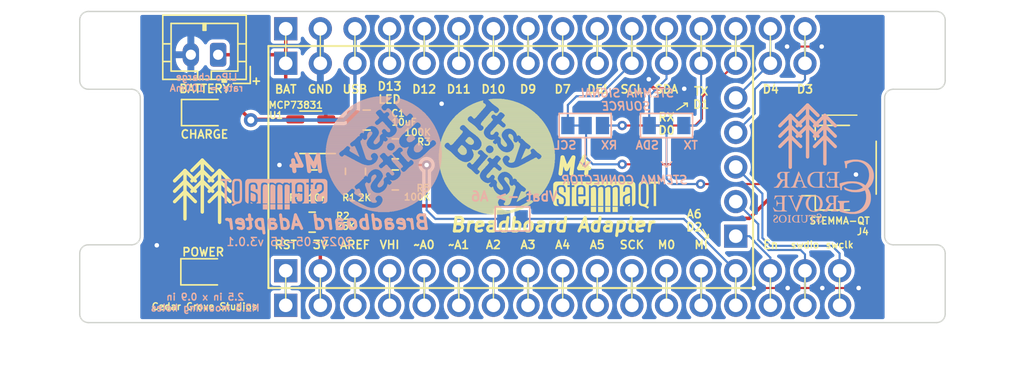
<source format=kicad_pcb>
(kicad_pcb (version 20211014) (generator pcbnew)
  (title_block (title "ItsyBitsy M4 Breadboard Adapter AFTER DARK") (date "2023-05-15") (rev "3.0.1") (company "Cedar Grove Studios"))
  (layers (0 "F.Cu" signal) (31 "B.Cu" signal) (34 "B.Paste" user) (35 "F.Paste" user) (36 "B.SilkS" user "B.Silkscreen") (37 "F.SilkS" user "F.Silkscreen") (38 "B.Mask" user) (39 "F.Mask" user) (44 "Edge.Cuts" user))
  (net 0 "")
  (net 1 "GND")
  (net 2 "/SCL")
  (net 3 "/SDA")
  (net 4 "+3V3")
  (net 5 "/Aref")
  (net 6 "/Vhi")
  (net 7 "/~A0")
  (net 8 "/~A1")
  (net 9 "/A2")
  (net 10 "/A3")
  (net 11 "/A4")
  (net 12 "/A5")
  (net 13 "/SCK")
  (net 14 "/MO")
  (net 15 "/MI")
  (net 16 "/D2-A6")
  (net 17 "/En")
  (net 18 "/swdio")
  (net 19 "/swclk")
  (net 20 "/D3")
  (net 21 "/D4")
  (net 22 "/D0-RX")
  (net 23 "/D1-TX")
  (net 24 "/D5!")
  (net 25 "/D7")
  (net 26 "/D9")
  (net 27 "/D10")
  (net 28 "/D11")
  (net 29 "/D12")
  (net 30 "/D13-LED")
  (net 31 "/BAT")
  (net 32 "Net-(D1-Pad1)")
  (net 33 "Net-(D2-Pad2)")
  (net 34 "/~{RST}")
  (net 35 "Net-(JMP3-Pad2)")
  (net 36 "Net-(R1-Pad2)")
  (net 37 "Net-(R4-Pad1)")
  (net 38 "/USB")
  (footprint "Adafruit:Pin_Header_Straight_1x17_Pitch2.54mm_no_silk" (layer "F.Cu") (at 111.76 115.57 90)
    (fp_text reference "J1")
    (fp_text value "EDGE PINS")
    (pad "1" thru_hole rect locked (at 0 0 90) (size 1.7 1.7) (drill 1) (layers *.Cu *.Mask) (net 34 "/~{RST}"))
    (pad "2" thru_hole oval locked (at 0 2.54 90) (size 1.7 1.7) (drill 1) (layers *.Cu *.Mask) (net 4 "+3V3"))
    (pad "3" thru_hole oval locked (at 0 5.08 90) (size 1.7 1.7) (drill 1) (layers *.Cu *.Mask) (net 5 "/Aref"))
    (pad "4" thru_hole oval locked (at 0 7.62 90) (size 1.7 1.7) (drill 1) (layers *.Cu *.Mask) (net 6 "/Vhi"))
    (pad "5" thru_hole oval locked (at 0 10.16 90) (size 1.7 1.7) (drill 1) (layers *.Cu *.Mask) (net 7 "/~A0"))
    (pad "6" thru_hole oval locked (at 0 12.7 90) (size 1.7 1.7) (drill 1) (layers *.Cu *.Mask) (net 8 "/~A1"))
    (pad "7" thru_hole oval locked (at 0 15.24 90) (size 1.7 1.7) (drill 1) (layers *.Cu *.Mask) (net 9 "/A2"))
    (pad "8" thru_hole oval locked (at 0 17.78 90) (size 1.7 1.7) (drill 1) (layers *.Cu *.Mask) (net 10 "/A3"))
    (pad "9" thru_hole oval locked (at 0 20.32 90) (size 1.7 1.7) (drill 1) (layers *.Cu *.Mask) (net 11 "/A4"))
    (pad "10" thru_hole oval locked (at 0 22.86 90) (size 1.7 1.7) (drill 1) (layers *.Cu *.Mask) (net 12 "/A5"))
    (pad "11" thru_hole oval locked (at 0 25.4 90) (size 1.7 1.7) (drill 1) (layers *.Cu *.Mask) (net 13 "/SCK"))
    (pad "12" thru_hole oval locked (at 0 27.94 90) (size 1.7 1.7) (drill 1) (layers *.Cu *.Mask) (net 14 "/MO"))
    (pad "13" thru_hole oval locked (at 0 30.48 90) (size 1.7 1.7) (drill 1) (layers *.Cu *.Mask) (net 15 "/MI"))
    (pad "14" thru_hole oval locked (at 0 33.02 90) (size 1.7 1.7) (drill 1) (layers *.Cu *.Mask) (net 16 "/D2-A6"))
    (pad "15" thru_hole oval locked (at 0 35.56 90) (size 1.7 1.7) (drill 1) (layers *.Cu *.Mask) (net 17 "/En"))
    (pad "16" thru_hole oval locked (at 0 38.1 90) (size 1.7 1.7) (drill 1) (layers *.Cu *.Mask) (net 18 "/swdio"))
    (pad "17" thru_hole oval locked (at 0 40.64 90) (size 1.7 1.7) (drill 1) (layers *.Cu *.Mask) (net 19 "/swclk"))
  )
  (footprint "Adafruit:Pin_Header_Straight_1x16_Pitch2.54mm_no_silk" (layer "F.Cu") (at 111.76 100.33 90)
    (fp_text reference "J2")
    (fp_text value "EDGE PINS")
    (pad "1" thru_hole rect locked (at 0 0 90) (size 1.7 1.7) (drill 1) (layers *.Cu *.Mask) (net 31 "/BAT"))
    (pad "2" thru_hole oval locked (at 0 2.54 90) (size 1.7 1.7) (drill 1) (layers *.Cu *.Mask) (net 1 "GND"))
    (pad "3" thru_hole oval locked (at 0 5.08 90) (size 1.7 1.7) (drill 1) (layers *.Cu *.Mask) (net 38 "/USB"))
    (pad "4" thru_hole oval locked (at 0 7.62 90) (size 1.7 1.7) (drill 1) (layers *.Cu *.Mask) (net 30 "/D13-LED"))
    (pad "5" thru_hole oval locked (at 0 10.16 90) (size 1.7 1.7) (drill 1) (layers *.Cu *.Mask) (net 29 "/D12"))
    (pad "6" thru_hole oval locked (at 0 12.7 90) (size 1.7 1.7) (drill 1) (layers *.Cu *.Mask) (net 28 "/D11"))
    (pad "7" thru_hole oval locked (at 0 15.24 90) (size 1.7 1.7) (drill 1) (layers *.Cu *.Mask) (net 27 "/D10"))
    (pad "8" thru_hole oval locked (at 0 17.78 90) (size 1.7 1.7) (drill 1) (layers *.Cu *.Mask) (net 26 "/D9"))
    (pad "9" thru_hole oval locked (at 0 20.32 90) (size 1.7 1.7) (drill 1) (layers *.Cu *.Mask) (net 25 "/D7"))
    (pad "10" thru_hole oval locked (at 0 22.86 90) (size 1.7 1.7) (drill 1) (layers *.Cu *.Mask) (net 24 "/D5!"))
    (pad "11" thru_hole oval locked (at 0 25.4 90) (size 1.7 1.7) (drill 1) (layers *.Cu *.Mask) (net 2 "/SCL"))
    (pad "12" thru_hole oval locked (at 0 27.94 90) (size 1.7 1.7) (drill 1) (layers *.Cu *.Mask) (net 3 "/SDA"))
    (pad "13" thru_hole oval locked (at 0 30.48 90) (size 1.7 1.7) (drill 1) (layers *.Cu *.Mask) (net 23 "/D1-TX"))
    (pad "14" thru_hole oval locked (at 0 33.02 90) (size 1.7 1.7) (drill 1) (layers *.Cu *.Mask) (net 22 "/D0-RX"))
    (pad "15" thru_hole oval locked (at 0 35.56 90) (size 1.7 1.7) (drill 1) (layers *.Cu *.Mask) (net 21 "/D4"))
    (pad "16" thru_hole oval locked (at 0 38.1 90) (size 1.7 1.7) (drill 1) (layers *.Cu *.Mask) (net 20 "/D3"))
  )
  (footprint "Adafruit:Pin_Header_Straight_1x05_Pitch2.54mm_no_silk" (layer "F.Cu") (at 144.78 113.03 180)
    (fp_text reference "J6")
    (fp_text value "XTRA")
    (pad "1" thru_hole rect locked (at 0 0 180) (size 1.7 1.7) (drill 1) (layers *.Cu *.Mask) (net 17 "/En"))
    (pad "2" thru_hole oval locked (at 0 2.54 180) (size 1.7 1.7) (drill 1) (layers *.Cu *.Mask) (net 18 "/swdio"))
    (pad "3" thru_hole oval locked (at 0 5.08 180) (size 1.7 1.7) (drill 1) (layers *.Cu *.Mask) (net 19 "/swclk"))
    (pad "4" thru_hole oval locked (at 0 7.62 180) (size 1.7 1.7) (drill 1) (layers *.Cu *.Mask) (net 20 "/D3"))
    (pad "5" thru_hole oval locked (at 0 10.16 180) (size 1.7 1.7) (drill 1) (layers *.Cu *.Mask) (net 21 "/D4"))
  )
  (footprint "Connector_JST:JST_PH_B2B-PH-K_1x02_P2.00mm_Vertical" (layer "F.Cu") (at 106.8 99.7 180)
    (fp_text reference "J5" hide)
    (fp_text value "BATTERY" (at 1 -2.5 180) (layer "F.SilkS") (effects (font (size 0.6 0.6) (thickness 0.12))))
    (pad "1" thru_hole roundrect (at 0 0 180) (size 1.2 1.75) (drill 0.75) (layers *.Cu *.Mask) (roundrect_rratio 0.2083333333) (net 31 "/BAT"))
    (pad "2" thru_hole oval (at 2 0 180) (size 1.2 1.75) (drill 0.75) (layers *.Cu *.Mask) (net 1 "GND"))
  )
  (footprint "Adafruit:Pin_Header_Straight_1x17_Pitch2.54mm_no_silk" (layer "F.Cu") (at 111.76 118.11 90)
    (fp_text reference "J7")
    (fp_text value "BODGE PINS")
    (pad "1" thru_hole rect locked (at 0 0 90) (size 1.7 1.7) (drill 1) (layers *.Cu *.Mask) (net 34 "/~{RST}"))
    (pad "2" thru_hole oval locked (at 0 2.54 90) (size 1.7 1.7) (drill 1) (layers *.Cu *.Mask) (net 4 "+3V3"))
    (pad "3" thru_hole oval locked (at 0 5.08 90) (size 1.7 1.7) (drill 1) (layers *.Cu *.Mask) (net 5 "/Aref"))
    (pad "4" thru_hole oval locked (at 0 7.62 90) (size 1.7 1.7) (drill 1) (layers *.Cu *.Mask) (net 6 "/Vhi"))
    (pad "5" thru_hole oval locked (at 0 10.16 90) (size 1.7 1.7) (drill 1) (layers *.Cu *.Mask) (net 7 "/~A0"))
    (pad "6" thru_hole oval locked (at 0 12.7 90) (size 1.7 1.7) (drill 1) (layers *.Cu *.Mask) (net 8 "/~A1"))
    (pad "7" thru_hole oval locked (at 0 15.24 90) (size 1.7 1.7) (drill 1) (layers *.Cu *.Mask) (net 9 "/A2"))
    (pad "8" thru_hole oval locked (at 0 17.78 90) (size 1.7 1.7) (drill 1) (layers *.Cu *.Mask) (net 10 "/A3"))
    (pad "9" thru_hole oval locked (at 0 20.32 90) (size 1.7 1.7) (drill 1) (layers *.Cu *.Mask) (net 11 "/A4"))
    (pad "10" thru_hole oval locked (at 0 22.86 90) (size 1.7 1.7) (drill 1) (layers *.Cu *.Mask) (net 12 "/A5"))
    (pad "11" thru_hole oval locked (at 0 25.4 90) (size 1.7 1.7) (drill 1) (layers *.Cu *.Mask) (net 13 "/SCK"))
    (pad "12" thru_hole oval locked (at 0 27.94 90) (size 1.7 1.7) (drill 1) (layers *.Cu *.Mask) (net 14 "/MO"))
    (pad "13" thru_hole oval locked (at 0 30.48 90) (size 1.7 1.7) (drill 1) (layers *.Cu *.Mask) (net 15 "/MI"))
    (pad "14" thru_hole oval locked (at 0 33.02 90) (size 1.7 1.7) (drill 1) (layers *.Cu *.Mask) (net 16 "/D2-A6"))
    (pad "15" thru_hole oval locked (at 0 35.56 90) (size 1.7 1.7) (drill 1) (layers *.Cu *.Mask) (net 17 "/En"))
    (pad "16" thru_hole oval locked (at 0 38.1 90) (size 1.7 1.7) (drill 1) (layers *.Cu *.Mask) (net 18 "/swdio"))
    (pad "17" thru_hole oval locked (at 0 40.64 90) (size 1.7 1.7) (drill 1) (layers *.Cu *.Mask) (net 19 "/swclk"))
  )
  (footprint "Adafruit:Pin_Header_Straight_1x16_Pitch2.54mm_no_silk" (layer "F.Cu") (at 111.76 97.79 90)
    (fp_text reference "J8")
    (fp_text value "EDGE PINS")
    (pad "1" thru_hole rect locked (at 0 0 90) (size 1.7 1.7) (drill 1) (layers *.Cu *.Mask) (net 31 "/BAT"))
    (pad "2" thru_hole oval locked (at 0 2.54 90) (size 1.7 1.7) (drill 1) (layers *.Cu *.Mask) (net 1 "GND"))
    (pad "3" thru_hole oval locked (at 0 5.08 90) (size 1.7 1.7) (drill 1) (layers *.Cu *.Mask) (net 38 "/USB"))
    (pad "4" thru_hole oval locked (at 0 7.62 90) (size 1.7 1.7) (drill 1) (layers *.Cu *.Mask) (net 30 "/D13-LED"))
    (pad "5" thru_hole oval locked (at 0 10.16 90) (size 1.7 1.7) (drill 1) (layers *.Cu *.Mask) (net 29 "/D12"))
    (pad "6" thru_hole oval locked (at 0 12.7 90) (size 1.7 1.7) (drill 1) (layers *.Cu *.Mask) (net 28 "/D11"))
    (pad "7" thru_hole oval locked (at 0 15.24 90) (size 1.7 1.7) (drill 1) (layers *.Cu *.Mask) (net 27 "/D10"))
    (pad "8" thru_hole oval locked (at 0 17.78 90) (size 1.7 1.7) (drill 1) (layers *.Cu *.Mask) (net 26 "/D9"))
    (pad "9" thru_hole oval locked (at 0 20.32 90) (size 1.7 1.7) (drill 1) (layers *.Cu *.Mask) (net 25 "/D7"))
    (pad "10" thru_hole oval locked (at 0 22.86 90) (size 1.7 1.7) (drill 1) (layers *.Cu *.Mask) (net 24 "/D5!"))
    (pad "11" thru_hole oval locked (at 0 25.4 90) (size 1.7 1.7) (drill 1) (layers *.Cu *.Mask) (net 2 "/SCL"))
    (pad "12" thru_hole oval locked (at 0 27.94 90) (size 1.7 1.7) (drill 1) (layers *.Cu *.Mask) (net 3 "/SDA"))
    (pad "13" thru_hole oval locked (at 0 30.48 90) (size 1.7 1.7) (drill 1) (layers *.Cu *.Mask) (net 23 "/D1-TX"))
    (pad "14" thru_hole oval locked (at 0 33.02 90) (size 1.7 1.7) (drill 1) (layers *.Cu *.Mask) (net 22 "/D0-RX"))
    (pad "15" thru_hole oval locked (at 0 35.56 90) (size 1.7 1.7) (drill 1) (layers *.Cu *.Mask) (net 21 "/D4"))
    (pad "16" thru_hole oval locked (at 0 38.1 90) (size 1.7 1.7) (drill 1) (layers *.Cu *.Mask) (net 20 "/D3"))
  )
  (footprint "Capacitor_SMD:C_0805_2012Metric" (layer "F.Cu") (at 117.7 104.5)
    (fp_text reference "C1" (at 2.3 -0.5) (layer "F.SilkS") (effects (font (size 0.5 0.5) (thickness 0.1))))
    (fp_text value "10uF" (at 2.75 0.15) (layer "F.SilkS") (effects (font (size 0.5 0.5) (thickness 0.1))))
    (pad "1" smd roundrect (at -0.95 0) (size 1 1.45) (layers "F.Cu" "F.Paste" "F.Mask") (net 31 "/BAT"))
    (pad "2" smd roundrect (at 0.95 0) (size 1 1.45) (layers "F.Cu" "F.Paste" "F.Mask") (net 1 "GND"))
  )
  (footprint "LED_SMD:LED_0805_2012Metric" (layer "F.Cu") (at 105.8 103.95)
    (fp_text reference "D1" hide)
    (fp_text value "CHARGE" (at 0 1.6) (layer "F.SilkS") (effects (font (size 0.6 0.6) (thickness 0.12))))
    (pad "1" smd roundrect (at -0.9375 0) (size 0.975 1.4) (layers "F.Cu" "F.Paste" "F.Mask") (net 32 "Net-(D1-Pad1)"))
    (pad "2" smd roundrect (at 0.9375 0) (size 0.975 1.4) (layers "F.Cu" "F.Paste" "F.Mask") (net 38 "/USB"))
  )
  (footprint "LED_SMD:LED_0805_2012Metric" (layer "F.Cu") (at 105.75 115.65)
    (fp_text reference "D2" hide)
    (fp_text value "POWER" (at -0.05 -1.45) (layer "F.SilkS") (effects (font (size 0.6 0.6) (thickness 0.12))))
    (pad "1" smd roundrect (at -0.9375 0) (size 0.975 1.4) (layers "F.Cu" "F.Paste" "F.Mask") (net 1 "GND"))
    (pad "2" smd roundrect (at 0.9375 0) (size 0.975 1.4) (layers "F.Cu" "F.Paste" "F.Mask") (net 33 "Net-(D2-Pad2)"))
  )
  (footprint "Resistor_SMD:R_0805_2012Metric" (layer "F.Cu") (at 116.879 108.265 90)
    (fp_text reference "R1" (at -1.935 -0.479 180) (layer "F.SilkS") (effects (font (size 0.5 0.5) (thickness 0.1))))
    (fp_text value "2K" (at -1.935 0.671 180) (layer "F.SilkS") (effects (font (size 0.5 0.5) (thickness 0.1))))
    (pad "1" smd roundrect (at -0.9125 0 90) (size 1.025 1.4) (layers "F.Cu" "F.Paste" "F.Mask") (roundrect_rratio 0.243902439) (net 32 "Net-(D1-Pad1)"))
    (pad "2" smd roundrect (at 0.9125 0 90) (size 1.025 1.4) (layers "F.Cu" "F.Paste" "F.Mask") (roundrect_rratio 0.243902439) (net 36 "Net-(R1-Pad2)"))
  )
  (footprint "Resistor_SMD:R_0805_2012Metric" (layer "F.Cu") (at 113.7 112 180)
    (fp_text reference "R2" (at -2.25 0.45 180) (layer "F.SilkS") (effects (font (size 0.5 0.5) (thickness 0.1))))
    (fp_text value "25K" (at -2.45 -0.3 180) (layer "F.SilkS") (effects (font (size 0.5 0.5) (thickness 0.1))))
    (pad "1" smd roundrect (at -0.9125 0 180) (size 1.025 1.4) (layers "F.Cu" "F.Paste" "F.Mask") (roundrect_rratio 0.243902439) (net 4 "+3V3"))
    (pad "2" smd roundrect (at 0.9125 0 180) (size 1.025 1.4) (layers "F.Cu" "F.Paste" "F.Mask") (roundrect_rratio 0.243902439) (net 33 "Net-(D2-Pad2)"))
  )
  (footprint "Resistor_SMD:R_0805_2012Metric" (layer "F.Cu") (at 119.8 106.614)
    (fp_text reference "R3" (at 2.1 -0.514) (layer "F.SilkS") (effects (font (size 0.5 0.5) (thickness 0.1))))
    (fp_text value "100K" (at 1.65 -1.214) (layer "F.SilkS") (effects (font (size 0.5 0.5) (thickness 0.1))))
    (pad "1" smd roundrect (at -0.9125 0) (size 1.025 1.4) (layers "F.Cu" "F.Paste" "F.Mask") (roundrect_rratio 0.243902439) (net 31 "/BAT"))
    (pad "2" smd roundrect (at 0.9125 0) (size 1.025 1.4) (layers "F.Cu" "F.Paste" "F.Mask") (roundrect_rratio 0.243902439) (net 35 "Net-(JMP3-Pad2)"))
  )
  (footprint "Resistor_SMD:R_0805_2012Metric" (layer "F.Cu") (at 113.831 108.9)
    (fp_text reference "R4" (at -1.331 1.3) (layer "F.SilkS") (effects (font (size 0.5 0.5) (thickness 0.1))))
    (fp_text value "10K" (at 0.269 1.3) (layer "F.SilkS") (effects (font (size 0.5 0.5) (thickness 0.1))))
    (pad "1" smd roundrect (at -0.9125 0) (size 1.025 1.4) (layers "F.Cu" "F.Paste" "F.Mask") (roundrect_rratio 0.243902439) (net 37 "Net-(R4-Pad1)"))
    (pad "2" smd roundrect (at 0.9125 0) (size 1.025 1.4) (layers "F.Cu" "F.Paste" "F.Mask") (roundrect_rratio 0.243902439) (net 1 "GND"))
  )
  (footprint "Resistor_SMD:R_0805_2012Metric" (layer "F.Cu") (at 119.8 108.9 180)
    (fp_text reference "R5" (at -2.05 -0.6 180) (layer "F.SilkS") (effects (font (size 0.5 0.5) (thickness 0.1))))
    (fp_text value "100K" (at -1.6 -1.25 180) (layer "F.SilkS") (effects (font (size 0.5 0.5) (thickness 0.1))))
    (pad "1" smd roundrect (at -0.9125 0 180) (size 1.025 1.4) (layers "F.Cu" "F.Paste" "F.Mask") (roundrect_rratio 0.243902439) (net 35 "Net-(JMP3-Pad2)"))
    (pad "2" smd roundrect (at 0.9125 0 180) (size 1.025 1.4) (layers "F.Cu" "F.Paste" "F.Mask") (roundrect_rratio 0.243902439) (net 1 "GND"))
  )
  (footprint "Package_TO_SOT_SMD:SOT-23-5" (layer "F.Cu") (at 113.6 105.4 180)
    (fp_text reference "U1" (at 2.55 1.25 180) (layer "F.SilkS") (effects (font (size 0.5 0.5) (thickness 0.1))))
    (fp_text value "MCP73831" (at 1.1 2 180) (layer "F.SilkS") (effects (font (size 0.5 0.5) (thickness 0.1))))
    (pad "1" smd roundrect (at -1.1375 -0.95 180) (size 1.325 0.6) (layers "F.Cu" "F.Paste" "F.Mask") (net 36 "Net-(R1-Pad2)"))
    (pad "2" smd roundrect (at -1.1375 0 180) (size 1.325 0.6) (layers "F.Cu" "F.Paste" "F.Mask") (net 1 "GND"))
    (pad "3" smd roundrect (at -1.1375 0.95 180) (size 1.325 0.6) (layers "F.Cu" "F.Paste" "F.Mask") (net 31 "/BAT"))
    (pad "4" smd roundrect (at 1.1375 0.95 180) (size 1.325 0.6) (layers "F.Cu" "F.Paste" "F.Mask") (net 38 "/USB"))
    (pad "5" smd roundrect (at 1.1375 -0.95 180) (size 1.325 0.6) (layers "F.Cu" "F.Paste" "F.Mask") (net 37 "Net-(R4-Pad1)"))
  )
  (footprint "Adafruit_MPU_boards:ItsyBitsy_logo" (layer "F.Cu") (at 127.5 107.4)
    (fp_text reference "logo" hide)
    (fp_text value "" hide)
  )
  (footprint "MountingHole:MountingHole_2.5mm" (layer "F.Cu") (at 157.9 99.4)
    (fp_text reference "REF**" hide)
    (fp_text value "MountingHole_2.5mm")
    (pad "" np_thru_hole circle locked (at 0 0) (size 2.5 2.5) (drill 2.5) (layers *.Cu *.Mask))
    (pad "" np_thru_hole circle locked (at 0 0) (size 2.5 2.5) (drill 2.5) (layers *.Cu *.Mask))
  )
  (footprint "MountingHole:MountingHole_2.5mm" (layer "F.Cu") (at 98.85 99.4)
    (fp_text reference "REF**" hide)
    (fp_text value "MountingHole_2.5mm")
    (pad "" np_thru_hole circle locked (at 0 0) (size 2.5 2.5) (drill 2.5) (layers *.Cu *.Mask))
    (pad "" np_thru_hole circle locked (at 0 0) (size 2.5 2.5) (drill 2.5) (layers *.Cu *.Mask))
  )
  (footprint "MountingHole:MountingHole_2.5mm" (layer "F.Cu") (at 98.85 116.55)
    (fp_text reference "REF**" hide)
    (fp_text value "MountingHole_2.5mm")
    (pad "" np_thru_hole circle locked (at 0 0) (size 2.5 2.5) (drill 2.5) (layers *.Cu *.Mask))
    (pad "" np_thru_hole circle locked (at 0 0) (size 2.5 2.5) (drill 2.5) (layers *.Cu *.Mask))
  )
  (footprint "MountingHole:MountingHole_2.5mm" (layer "F.Cu") (at 157.9 116.6)
    (fp_text reference "REF**" hide)
    (fp_text value "MountingHole_2.5mm")
    (pad "" np_thru_hole circle locked (at 0 0) (size 2.5 2.5) (drill 2.5) (layers *.Cu *.Mask))
    (pad "" np_thru_hole circle locked (at 0 0) (size 2.5 2.5) (drill 2.5) (layers *.Cu *.Mask))
  )
  (footprint "CedarGrove_custom:STEMMA-QT_LOGO_8x2_5mm" (layer "F.Cu") (at 135.3 110.15)
    (fp_text reference "G***" hide)
    (fp_text value "LOGO" hide)
  )
  (footprint "Connector_JST:JST_SH_SM04B-SRSS-TB_1x04-1MP_P1.00mm_Horizontal" (layer "F.Cu") (at 152.4 108 90)
    (fp_text reference "J4" (at -4.7 1.7 180) (layer "F.SilkS") (effects (font (size 0.5 0.5) (thickness 0.1))))
    (fp_text value "STEMMA-QT" (at -3.9 0 180) (layer "F.SilkS") (effects (font (size 0.5 0.5) (thickness 0.1))))
    (pad "1" smd roundrect (at -1.5 -2 90) (size 0.6 1.55) (layers "F.Cu" "F.Paste" "F.Mask") (net 1 "GND"))
    (pad "2" smd roundrect (at -0.5 -2 90) (size 0.6 1.55) (layers "F.Cu" "F.Paste" "F.Mask") (net 4 "+3V3"))
    (pad "3" smd roundrect (at 0.5 -2 90) (size 0.6 1.55) (layers "F.Cu" "F.Paste" "F.Mask") (net 3 "/SDA"))
    (pad "4" smd roundrect (at 1.5 -2 90) (size 0.6 1.55) (layers "F.Cu" "F.Paste" "F.Mask") (net 2 "/SCL"))
    (pad "MP" smd roundrect (at 2.8 1.875 90) (size 1.2 1.8) (layers "F.Cu" "F.Paste" "F.Mask") (roundrect_rratio 0.2083333333))
    (pad "MP" smd roundrect (at -2.8 1.875 90) (size 1.2 1.8) (layers "F.Cu" "F.Paste" "F.Mask") (roundrect_rratio 0.2083333333))
  )
  (footprint "Connectors:GS3" (layer "B.Cu") (at 133.731 104.902 -90)
    (fp_text reference "JMP1")
    (fp_text value "SCL_RX")
    (pad "1" smd rect locked (at 0 1.27 270) (size 1.27 0.97) (layers "B.Cu" "B.Paste" "B.Mask") (net 2 "/SCL"))
    (pad "2" smd rect locked (at 0 0 270) (size 1.27 0.97) (layers "B.Cu" "B.Paste" "B.Mask") (net 2 "/SCL"))
    (pad "3" smd rect locked (at 0 -1.27 270) (size 1.27 0.97) (layers "B.Cu" "B.Paste" "B.Mask") (net 22 "/D0-RX"))
  )
  (footprint "Connectors:GS2" (layer "B.Cu") (at 128.397 111.76 90)
    (fp_text reference "JMP3")
    (fp_text value "Vbat -> A6" (at 1.651 0.127) (layer "B.SilkS") (effects (font (size 0.7 0.7) (thickness 0.14)) (justify mirror)))
    (pad "1" smd rect locked (at 0 0.64 90) (size 1.27 0.97) (layers "B.Cu" "B.Paste" "B.Mask") (net 16 "/D2-A6"))
    (pad "2" smd rect locked (at 0 -0.64 90) (size 1.27 0.97) (layers "B.Cu" "B.Paste" "B.Mask") (net 35 "Net-(JMP3-Pad2)"))
  )
  (footprint "Connectors:GS3" (layer "B.Cu") (at 139.7 104.902 -90)
    (fp_text reference "JMP2")
    (fp_text value "SDA_TX")
    (pad "1" smd rect locked (at 0 1.27 270) (size 1.27 0.97) (layers "B.Cu" "B.Paste" "B.Mask") (net 3 "/SDA"))
    (pad "2" smd rect locked (at 0 0 270) (size 1.27 0.97) (layers "B.Cu" "B.Paste" "B.Mask") (net 3 "/SDA"))
    (pad "3" smd rect locked (at 0 -1.27 270) (size 1.27 0.97) (layers "B.Cu" "B.Paste" "B.Mask") (net 23 "/D1-TX"))
  )
  (footprint "Adafruit_MPU_boards:ItsyBitsy_logo" (layer "B.Cu") (at 118.706591 107.211658 180)
    (fp_text reference "logo" hide)
    (fp_text value "" hide)
  )
  (footprint "CedarGrove_custom:CedarGroveStudios_TEXT_LOGO_8x5_4mm" (layer "B.Cu") (at 151.15 109.7 180)
    (fp_text reference "G***" hide)
    (fp_text value "LOGO" hide)
  )
  (footprint "CedarGrove_custom:STEMMA-QT_LOGO_8x2_5mm" (layer "B.Cu") (at 110.906591 109.961658 180)
    (fp_text reference "G***" hide)
    (fp_text value "LOGO" hide)
  )
  (gr_line (start 148.78 104.157) (end 149.542 104.919) (layer "B.SilkS") (width 0.25))
  (gr_line (start 148.78 105.681) (end 148.018 106.443) (layer "B.SilkS") (width 0.25))
  (gr_line (start 148.78 104.919) (end 148.018 105.681) (layer "B.SilkS") (width 0.25))
  (gr_line (start 148.78 104.157) (end 148.018 104.919) (layer "B.SilkS") (width 0.25))
  (gr_line (start 148.78 107.967) (end 148.78 104.157) (layer "B.SilkS") (width 0.25))
  (gr_line (start 148.78 104.919) (end 149.542 105.681) (layer "B.SilkS") (width 0.25))
  (gr_line (start 148.78 105.681) (end 149.542 106.443) (layer "B.SilkS") (width 0.25))
  (gr_line (start 150.05 103.395) (end 149.288 104.157) (layer "B.SilkS") (width 0.25))
  (gr_line (start 150.05 107.205) (end 150.05 103.395) (layer "B.SilkS") (width 0.25))
  (gr_line (start 150.05 104.919) (end 149.288 105.681) (layer "B.SilkS") (width 0.25))
  (gr_line (start 150.05 104.157) (end 150.812 104.919) (layer "B.SilkS") (width 0.25))
  (gr_line (start 150.05 103.395) (end 150.812 104.157) (layer "B.SilkS") (width 0.25))
  (gr_line (start 150.05 104.919) (end 150.812 105.681) (layer "B.SilkS") (width 0.25))
  (gr_line (start 150.05 104.157) (end 149.288 104.919) (layer "B.SilkS") (width 0.25))
  (gr_line (start 139.7 107.95) (end 140.081 107.569) (layer "B.SilkS") (width 0.1))
  (gr_line (start 139.7 105.791) (end 139.7 107.95) (layer "B.SilkS") (width 0.1))
  (gr_line (start 139.7 107.95) (end 139.319 107.569) (layer "B.SilkS") (width 0.1))
  (gr_line (start 151.32 107.713) (end 151.32 104.157) (layer "B.SilkS") (width 0.25))
  (gr_line (start 133.731 105.791) (end 133.731 107.95) (layer "B.SilkS") (width 0.1))
  (gr_line (start 151.32 104.919) (end 150.558 105.681) (layer "B.SilkS") (width 0.25))
  (gr_line (start 151.32 104.157) (end 150.558 104.919) (layer "B.SilkS") (width 0.25))
  (gr_line (start 151.32 104.157) (end 152.082 104.919) (layer "B.SilkS") (width 0.25))
  (gr_line (start 133.731 107.95) (end 133.35 107.569) (layer "B.SilkS") (width 0.1))
  (gr_line (start 151.32 105.681) (end 152.082 106.443) (layer "B.SilkS") (width 0.25))
  (gr_line (start 133.731 107.95) (end 134.112 107.569) (layer "B.SilkS") (width 0.1))
  (gr_line (start 151.32 104.919) (end 152.082 105.681) (layer "B.SilkS") (width 0.25))
  (gr_line (start 151.32 105.681) (end 150.558 106.443) (layer "B.SilkS") (width 0.25))
  (gr_line (start 103.607 108.969) (end 104.369 108.207) (layer "F.SilkS") (width 0.25))
  (gr_line (start 104.877 109.731) (end 105.639 108.969) (layer "F.SilkS") (width 0.25))
  (gr_line (start 147.32 118.11) (end 147.32 115.57) (layer "F.SilkS") (width 0.1))
  (gr_line (start 124.46 100.33) (end 124.46 97.79) (layer "F.SilkS") (width 0.1))
  (gr_line (start 151.13 104.14) (end 153.67 104.14) (layer "F.SilkS") (width 0.1))
  (gr_line (start 140.462 103.759) (end 141.224 103.251) (layer "F.SilkS") (width 0.1))
  (gr_line (start 119.38 115.57) (end 119.38 118.11) (layer "F.SilkS") (width 0.1))
  (gr_line (start 139.7 115.57) (end 139.7 118.11) (layer "F.SilkS") (width 0.1))
  (gr_line (start 141.224 103.251) (end 141.224 103.505) (layer "F.SilkS") (width 0.1))
  (gr_line (start 142.24 100.33) (end 142.24 97.79) (layer "F.SilkS") (width 0.1))
  (gr_line (start 144.78 115.57) (end 144.78 118.11) (layer "F.SilkS") (width 0.1))
  (gr_line (start 139.7 100.33) (end 139.7 97.79) (layer "F.SilkS") (width 0.1))
  (gr_line (start 119.38 100.33) (end 119.38 97.79) (layer "F.SilkS") (width 0.1))
  (gr_line (start 132.08 115.57) (end 132.08 118.11) (layer "F.SilkS") (width 0.1))
  (gr_line (start 105.131 110.493) (end 104.369 109.731) (layer "F.SilkS") (width 0.25))
  (gr_line (start 141.224 103.251) (end 140.97 103.251) (layer "F.SilkS") (width 0.1))
  (gr_line (start 121.92 115.57) (end 121.92 118.11) (layer "F.SilkS") (width 0.1))
  (gr_line (start 106.909 108.207) (end 106.909 112.017) (layer "F.SilkS") (width 0.25))
  (gr_line (start 107.671 108.969) (end 106.909 108.207) (layer "F.SilkS") (width 0.25))
  (gr_line (start 110.49 116.84) (end 146.05 116.84) (layer "F.SilkS") (width 0.15))
  (gr_line (start 106.147 108.969) (end 106.909 108.207) (layer "F.SilkS") (width 0.25))
  (gr_line (start 129.54 115.57) (end 129.54 118.11) (layer "F.SilkS") (width 0.1))
  (gr_line (start 111.76 100.33) (end 111.76 97.79) (layer "F.SilkS") (width 0.1))
  (gr_line (start 134.62 115.57) (end 134.62 118.11) (layer "F.SilkS") (width 0.1))
  (gr_line (start 105.131 108.969) (end 104.369 108.207) (layer "F.SilkS") (width 0.25))
  (gr_line (start 105.131 109.731) (end 104.369 108.969) (layer "F.SilkS") (width 0.25))
  (gr_line (start 107.671 110.493) (end 106.909 109.731) (layer "F.SilkS") (width 0.25))
  (gr_line (start 146.05 116.84) (end 146.05 99.06) (layer "F.SilkS") (width 0.15))
  (gr_line (start 114.3 115.57) (end 114.3 118.11) (layer "F.SilkS") (width 0.1))
  (gr_line (start 142.367 112.522) (end 142.748 113.157) (layer "F.SilkS") (width 0.1))
  (gr_line (start 124.46 115.57) (end 124.46 118.11) (layer "F.SilkS") (width 0.1))
  (gr_line (start 106.147 109.731) (end 106.909 108.969) (layer "F.SilkS") (width 0.25))
  (gr_line (start 121.92 100.33) (end 121.92 97.79) (layer "F.SilkS") (width 0.1))
  (gr_line (start 146.05 99.06) (end 110.49 99.06) (layer "F.SilkS") (width 0.15))
  (gr_line (start 106.401 108.969) (end 105.639 108.207) (layer "F.SilkS") (width 0.25))
  (gr_line (start 105.639 107.445) (end 105.639 111.255) (layer "F.SilkS") (width 0.25))
  (gr_line (start 114.3 100.33) (end 114.3 97.79) (layer "F.SilkS") (width 0.1))
  (gr_line (start 152.4 118.11) (end 152.4 115.57) (layer "F.SilkS") (width 0.1))
  (gr_line (start 127 100.33) (end 127 97.79) (layer "F.SilkS") (width 0.1))
  (gr_line (start 106.401 108.207) (end 105.639 107.445) (layer "F.SilkS") (width 0.25))
  (gr_line (start 103.607 109.731) (end 104.369 108.969) (layer "F.SilkS") (width 0.25))
  (gr_line (start 127 115.57) (end 127 118.11) (layer "F.SilkS") (width 0.1))
  (gr_line (start 149.86 118.11) (end 149.86 115.57) (layer "F.SilkS") (width 0.1))
  (gr_line (start 142.24 115.57) (end 142.24 118.11) (layer "F.SilkS") (width 0.1))
  (gr_line (start 147.32 100.33) (end 147.32 97.79) (layer "F.SilkS") (width 0.1))
  (gr_line (start 116.84 100.33) (end 116.84 97.79) (layer "F.SilkS") (width 0.1))
  (gr_line (start 107.671 109.731) (end 106.909 108.969) (layer "F.SilkS") (width 0.25))
  (gr_line (start 104.369 108.207) (end 104.369 111.763) (layer "F.SilkS") (width 0.25))
  (gr_line (start 134.62 100.33) (end 134.62 97.79) (layer "F.SilkS") (width 0.1))
  (gr_line (start 149.86 100.33) (end 149.86 97.79) (layer "F.SilkS") (width 0.1))
  (gr_line (start 104.877 108.969) (end 105.639 108.207) (layer "F.SilkS") (width 0.25))
  (gr_line (start 106.147 110.493) (end 106.909 109.731) (layer "F.SilkS") (width 0.25))
  (gr_line (start 116.84 115.57) (end 116.84 118.11) (layer "F.SilkS") (width 0.1))
  (gr_line (start 106.401 109.731) (end 105.639 108.969) (layer "F.SilkS") (width 0.25))
  (gr_line (start 129.54 100.33) (end 129.54 97.79) (layer "F.SilkS") (width 0.1))
  (gr_line (start 137.16 100.33) (end 137.16 97.79) (layer "F.SilkS") (width 0.1))
  (gr_line (start 137.16 115.57) (end 137.16 118.11) (layer "F.SilkS") (width 0.1))
  (gr_line (start 110.49 116.84) (end 110.49 99.06) (layer "F.SilkS") (width 0.15))
  (gr_line (start 104.877 108.207) (end 105.639 107.445) (layer "F.SilkS") (width 0.25))
  (gr_line (start 142.771468 113.153636) (end 142.771468 112.899636) (layer "F.SilkS") (width 0.1))
  (gr_line (start 103.607 110.493) (end 104.369 109.731) (layer "F.SilkS") (width 0.25))
  (gr_line (start 132.08 100.33) (end 132.08 97.79) (layer "F.SilkS") (width 0.1))
  (gr_line (start 144.78 100.33) (end 144.78 97.79) (layer "F.SilkS") (width 0.1))
  (gr_line (start 111.76 115.57) (end 111.76 118.11) (layer "F.SilkS") (width 0.1))
  (gr_line (start 142.771468 113.153636) (end 142.517468 113.153636) (layer "F.SilkS") (width 0.1))
  (gr_line (start 97.282 96.52) (end 159.512 96.52) (layer "Edge.Cuts") (width 0.1))
  (gr_arc (start 96.647 97.155) (mid 96.832987 96.705987) (end 97.282 96.52) (layer "Edge.Cuts") (width 0.1))
  (gr_arc (start 97.282 119.38) (mid 96.832987 119.194013) (end 96.647 118.745) (layer "Edge.Cuts") (width 0.1))
  (gr_arc (start 97.282 102.235) (mid 96.832987 102.049013) (end 96.647 101.6) (layer "Edge.Cuts") (width 0.1))
  (gr_arc (start 96.647 114.3) (mid 96.832987 113.850987) (end 97.282 113.665) (layer "Edge.Cuts") (width 0.1))
  (gr_line (start 96.647 118.745) (end 96.647 114.3) (layer "Edge.Cuts") (width 0.1))
  (gr_line (start 101.092 113.03) (end 101.092 102.87) (layer "Edge.Cuts") (width 0.1))
  (gr_arc (start 100.457 102.235) (mid 100.906013 102.420987) (end 101.092 102.87) (layer "Edge.Cuts") (width 0.1))
  (gr_arc (start 101.092 113.03) (mid 100.906013 113.479013) (end 100.457 113.665) (layer "Edge.Cuts") (width 0.1))
  (gr_line (start 97.282 102.235) (end 100.457 102.235) (layer "Edge.Cuts") (width 0.1))
  (gr_line (start 97.282 113.665) (end 100.457 113.665) (layer "Edge.Cuts") (width 0.1))
  (gr_line (start 97.282 119.38) (end 159.512 119.38) (layer "Edge.Cuts") (width 0.1))
  (gr_line (start 96.647 101.6) (end 96.647 97.155) (layer "Edge.Cuts") (width 0.1))
  (gr_line (start 160.147 101.6) (end 160.147 97.155) (layer "Edge.Cuts") (width 0.1))
  (gr_arc (start 159.512 113.665) (mid 159.961013 113.850987) (end 160.147 114.3) (layer "Edge.Cuts") (width 0.1))
  (gr_arc (start 159.512 96.52) (mid 159.961013 96.705987) (end 160.147 97.155) (layer "Edge.Cuts") (width 0.1))
  (gr_line (start 159.512 113.665) (end 156.337 113.665) (layer "Edge.Cuts") (width 0.1))
  (gr_arc (start 155.702 102.87) (mid 155.887987 102.420987) (end 156.337 102.235) (layer "Edge.Cuts") (width 0.1))
  (gr_line (start 159.512 102.235) (end 156.337 102.235) (layer "Edge.Cuts") (width 0.1))
  (gr_line (start 155.702 102.87) (end 155.702 113.03) (layer "Edge.Cuts") (width 0.1))
  (gr_arc (start 160.147 118.745) (mid 159.961013 119.194013) (end 159.512 119.38) (layer "Edge.Cuts") (width 0.1))
  (gr_arc (start 156.337 113.665) (mid 155.887987 113.479013) (end 155.702 113.03) (layer "Edge.Cuts") (width 0.1))
  (gr_arc (start 160.147 101.6) (mid 159.961013 102.049013) (end 159.512 102.235) (layer "Edge.Cuts") (width 0.1))
  (gr_line (start 160.147 118.745) (end 160.147 114.3) (layer "Edge.Cuts") (width 0.1))
  (gr_text "2023-05-15 v3.0.1" (at 107.350001 113.449989) (layer "B.SilkS") (effects (font (size 0.6 0.6) (thickness 0.1)) (justify right mirror)))
  (gr_text "2.5 in x 0.9 in\nM2.5 mounting holes" (at 105.85 117.9) (layer "B.SilkS") (effects (font (size 0.5 0.5) (thickness 0.1)) (justify mirror)))
  (gr_text "LiPo charge\nrate = 100mA" (at 105.95 101.75) (layer "B.SilkS") (effects (font (size 0.5 0.5) (thickness 0.1)) (justify mirror)))
  (gr_text "RX    SCL" (at 133.75 106.35) (layer "B.SilkS") (effects (font (size 0.6 0.6) (thickness 0.12)) (justify mirror)))
  (gr_text "STEMMA SIGNAL\nSOURCE" (at 136.75 103) (layer "B.SilkS") (effects (font (size 0.6 0.6) (thickness 0.12) italic) (justify mirror)))
  (gr_text "STEMMA CONNECTOR" (at 136.65 108.9) (layer "B.SilkS") (effects (font (size 0.6 0.6) (thickness 0.12) italic) (justify mirror)))
  (gr_text "Breadboard Adapter" (at 114.856591 112.011658) (layer "B.SilkS") (effects (font (size 1 1) (thickness 0.22) italic) (justify mirror)))
  (gr_text "M4" (at 113.306591 107.711658) (layer "B.SilkS") (effects (font (size 1.2 1.2) (thickness 0.3) italic) (justify mirror)))
  (gr_text "TX    SDA" (at 139.719 106.35) (layer "B.SilkS") (effects (font (size 0.6 0.6) (thickness 0.12)) (justify mirror)))
  (gr_text "Cedar Grove Studios" (at 105.8 118.2) (layer "F.SilkS") (effects (font (size 0.5 0.5) (thickness 0.1))))
  (gr_text "swdio" (at 149.86 113.665) (layer "F.SilkS") (effects (font (size 0.5 0.5) (thickness 0.1))))
  (gr_text "swclk" (at 152.4 113.665) (layer "F.SilkS") (effects (font (size 0.5 0.5) (thickness 0.1))))
  (gr_text "D4" (at 147.3454 102.235) (layer "F.SilkS") (effects (font (size 0.6 0.6) (thickness 0.12))))
  (gr_text "D3" (at 149.86 102.235) (layer "F.SilkS") (effects (font (size 0.6 0.6) (thickness 0.12))))
  (gr_text "TX\nD1" (at 142.24 102.87) (layer "F.SilkS") (effects (font (size 0.6 0.6) (thickness 0.12))))
  (gr_text "SDA" (at 139.7 102.235) (layer "F.SilkS") (effects (font (size 0.6 0.6) (thickness 0.12))))
  (gr_text "SCL" (at 137.16 102.235) (layer "F.SilkS") (effects (font (size 0.6 0.6) (thickness 0.12))))
  (gr_text "D5!" (at 134.62 102.235) (layer "F.SilkS") (effects (font (size 0.6 0.6) (thickness 0.12))))
  (gr_text "D7" (at 132.08 102.235) (layer "F.SilkS") (effects (font (size 0.6 0.6) (thickness 0.12))))
  (gr_text "D9" (at 129.54 102.235) (layer "F.SilkS") (effects (font (size 0.6 0.6) (thickness 0.12))))
  (gr_text "D10" (at 127 102.235) (layer "F.SilkS") (effects (font (size 0.6 0.6) (thickness 0.12))))
  (gr_text "D11" (at 124.46 102.235) (layer "F.SilkS") (effects (font (size 0.6 0.6) (thickness 0.12))))
  (gr_text "D12" (at 121.92 102.235) (layer "F.SilkS") (effects (font (size 0.6 0.6) (thickness 0.12))))
  (gr_text "D13\nLED" (at 119.38 102.5) (layer "F.SilkS") (effects (font (size 0.6 0.6) (thickness 0.12))))
  (gr_text "USB" (at 116.84 102.235) (layer "F.SilkS") (effects (font (size 0.6 0.6) (thickness 0.12))))
  (gr_text "GND" (at 114.3 102.235) (layer "F.SilkS") (effects (font (size 0.6 0.6) (thickness 0.12))))
  (gr_text "BAT" (at 111.76 102.235) (layer "F.SilkS") (effects (font (size 0.6 0.6) (thickness 0.12))))
  (gr_text "RST" (at 111.76 113.665) (layer "F.SilkS") (effects (font (size 0.6 0.6) (thickness 0.12))))
  (gr_text "3V" (at 114.3 113.665) (layer "F.SilkS") (effects (font (size 0.6 0.6) (thickness 0.12))))
  (gr_text "AREF" (at 116.84 113.665) (layer "F.SilkS") (effects (font (size 0.6 0.6) (thickness 0.12))))
  (gr_text "VHI" (at 119.38 113.665) (layer "F.SilkS") (effects (font (size 0.6 0.6) (thickness 0.12))))
  (gr_text "~A0" (at 121.92 113.665) (layer "F.SilkS") (effects (font (size 0.6 0.6) (thickness 0.12))))
  (gr_text "~A1" (at 124.46 113.665) (layer "F.SilkS") (effects (font (size 0.6 0.6) (thickness 0.12))))
  (gr_text "A2" (at 127 113.665) (layer "F.SilkS") (effects (font (size 0.6 0.6) (thickness 0.12))))
  (gr_text "A3" (at 129.54 113.665) (layer "F.SilkS") (effects (font (size 0.6 0.6) (thickness 0.12))))
  (gr_text "A4" (at 132.08 113.665) (layer "F.SilkS") (effects (font (size 0.6 0.6) (thickness 0.12))))
  (gr_text "A5" (at 134.62 113.665) (layer "F.SilkS") (effects (font (size 0.6 0.6) (thickness 0.12))))
  (gr_text "SCK" (at 137.16 113.665) (layer "F.SilkS") (effects (font (size 0.6 0.6) (thickness 0.12))))
  (gr_text "M0" (at 139.7 113.665) (layer "F.SilkS") (effects (font (size 0.6 0.6) (thickness 0.12))))
  (gr_text "MI" (at 142.24 113.665) (layer "F.SilkS") (effects (font (size 0.6 0.6) (thickness 0.12))))
  (gr_text "A6\nD2" (at 141.732 111.887) (layer "F.SilkS") (effects (font (size 0.6 0.6) (thickness 0.12))))
  (gr_text "RX\nD0" (at 139.7 104.775) (layer "F.SilkS") (effects (font (size 0.6 0.6) (thickness 0.12))))
  (gr_text "Breadboard Adapter" (at 131.35 112.2) (layer "F.SilkS") (effects (font (size 1 1) (thickness 0.22) italic)))
  (gr_text "+" (at 109.601 101.6) (layer "F.SilkS") (effects (font (size 0.6 0.6) (thickness 0.12))))
  (gr_text "M4" (at 132.9 107.9) (layer "F.SilkS") (effects (font (size 1.2 1.2) (thickness 0.3) italic)))
  (gr_text "En" (at 147.3454 113.665) (layer "F.SilkS") (effects (font (size 0.6 0.6) (thickness 0.12))))
  (segment (start 104.8125 115.65) (end 102.95 115.65) (width 0.254) (layer "F.Cu") (net 1))
  (segment (start 102.3 115) (end 102.3 113.7) (width 0.254) (layer "F.Cu") (net 1))
  (segment (start 152.6 109.5) (end 153.6 108.5) (width 0.254) (layer "F.Cu") (net 1))
  (segment (start 114.7435 108.9) (end 114.7435 108.8565) (width 0.254) (layer "F.Cu") (net 1))
  (segment (start 151.13 116.84) (end 153.797 116.84) (width 0.1524) (layer "F.Cu") (net 1))
  (segment (start 119.4 108.9) (end 119.8 108.5) (width 0.254) (layer "F.Cu") (net 1))
  (segment (start 118.65 104.5) (end 122.7 104.5) (width 0.254) (layer "F.Cu") (net 1))
  (segment (start 111.5 105.4) (end 111.3 105.6) (width 0.254) (layer "F.Cu") (net 1))
  (segment (start 118.27198 108.28448) (end 118.8875 108.9) (width 0.254) (layer "F.Cu") (net 1))
  (segment (start 148.544991 99.100005) (end 151.084991 99.100005) (width 0.1524) (layer "F.Cu") (net 1))
  (segment (start 122.7 104.5) (end 123.2 104) (width 0.254) (layer "F.Cu") (net 1))
  (segment (start 102.95 115.65) (end 102.3 115) (width 0.254) (layer "F.Cu") (net 1))
  (segment (start 119.4 104.5) (end 118.65 104.5) (width 0.254) (layer "F.Cu") (net 1))
  (segment (start 123.2 104) (end 123.2 103.3) (width 0.254) (layer "F.Cu") (net 1))
  (segment (start 111.3 105.6) (end 111.3 107.8) (width 0.254) (layer "F.Cu") (net 1))
  (segment (start 146.100013 116.84) (end 148.59 116.84) (width 0.1524) (layer "F.Cu") (net 1))
  (segment (start 150.4 109.5) (end 152.6 109.5) (width 0.254) (layer "F.Cu") (net 1))
  (segment (start 148.59 116.84) (end 151.13 116.84) (width 0.1524) (layer "F.Cu") (net 1))
  (segment (start 119.8 104.9) (end 119.4 104.5) (width 0.254) (layer "F.Cu") (net 1))
  (segment (start 114.7375 105.4) (end 111.5 105.4) (width 0.254) (layer "F.Cu") (net 1))
  (segment (start 118.8875 108.9) (end 119.4 108.9) (width 0.254) (layer "F.Cu") (net 1))
  (segment (start 115.31552 108.28448) (end 118.27198 108.28448) (width 0.254) (layer "F.Cu") (net 1))
  (segment (start 138.4 101.8) (end 138.8 102.2) (width 0.254) (layer "F.Cu") (net 1))
  (segment (start 119.8 108.5) (end 119.8 104.9) (width 0.254) (layer "F.Cu") (net 1))
  (segment (start 114.7435 108.8565) (end 115.31552 108.28448) (width 0.254) (layer "F.Cu") (net 1))
  (segment (start 138.8 102.2) (end 141 102.2) (width 0.254) (layer "F.Cu") (net 1))
  (segment (start 138.4 101.5) (end 138.4 101.8) (width 0.254) (layer "F.Cu") (net 1))
  (via (at 111.3 107.8) (size 0.6858) (drill 0.3302) (layers "F.Cu" "B.Cu") (net 1))
  (via (at 153.797 116.84) (size 0.6858) (drill 0.3302) (layers "F.Cu" "B.Cu") (net 1))
  (via (at 148.59 116.84) (size 0.6858) (drill 0.3302) (layers "F.Cu" "B.Cu") (net 1))
  (via (at 123.2 103.3) (size 0.6858) (drill 0.3302) (layers "F.Cu" "B.Cu") (net 1))
  (via (at 151.13 116.84) (size 0.6858) (drill 0.3302) (layers "F.Cu" "B.Cu") (net 1))
  (via (at 102.3 113.7) (size 0.6858) (drill 0.3302) (layers "F.Cu" "B.Cu") (net 1))
  (via (at 151.085 99.1) (size 0.6858) (drill 0.3302) (layers "F.Cu" "B.Cu") (net 1))
  (via (at 138.4 101.5) (size 0.6858) (drill 0.3302) (layers "F.Cu" "B.Cu") (net 1))
  (via (at 148.545 99.1) (size 0.6858) (drill 0.3302) (layers "F.Cu" "B.Cu") (net 1))
  (via (at 153.6 108.5) (size 0.6858) (drill 0.3302) (layers "F.Cu" "B.Cu") (net 1))
  (via (at 146.1 116.84) (size 0.6858) (drill 0.3302) (layers "F.Cu" "B.Cu") (net 1))
  (via (at 141 102.2) (size 0.6858) (drill 0.3302) (layers "F.Cu" "B.Cu") (net 1))
  (segment (start 142.3 107.75) (end 143.35 106.7) (width 0.1524) (layer "F.Cu") (net 2))
  (segment (start 136.45 107.75) (end 142.3 107.75) (width 0.1524) (layer "F.Cu") (net 2))
  (segment (start 149.6 106.5) (end 150.4 106.5) (width 0.1524) (layer "F.Cu") (net 2))
  (segment (start 149.4 106.7) (end 149.6 106.5) (width 0.1524) (layer "F.Cu") (net 2))
  (segment (start 143.35 106.7) (end 149.4 106.7) (width 0.1524) (layer "F.Cu") (net 2))
  (via (at 136.45 107.75) (size 0.6858) (drill 0.3302) (layers "F.Cu" "B.Cu") (net 2))
  (segment (start 133.8 104.971) (end 133.731 104.902) (width 0.1524) (layer "B.Cu") (net 2))
  (segment (start 132.461 104.902) (end 133.731 104.902) (width 0.1524) (layer "B.Cu") (net 2))
  (segment (start 133.8 107.25) (end 133.8 104.971) (width 0.1524) (layer "B.Cu") (net 2))
  (segment (start 137.16 99.127919) (end 137.16 97.79) (width 0.1524) (layer "B.Cu") (net 2))
  (segment (start 137.16 100.33) (end 137.16 99.127919) (width 0.1524) (layer "B.Cu") (net 2))
  (segment (start 137.16 100.33) (end 134.74 102.75) (width 0.1524) (layer "B.Cu") (net 2))
  (segment (start 134.3 107.75) (end 133.8 107.25) (width 0.1524) (layer "B.Cu") (net 2))
  (segment (start 136.45 107.75) (end 134.3 107.75) (width 0.1524) (layer "B.Cu") (net 2))
  (segment (start 134.74 102.75) (end 133.1 102.75) (width 0.1524) (layer "B.Cu") (net 2))
  (segment (start 132.461 104.902) (end 132.461 103.389) (width 0.1524) (layer "B.Cu") (net 2))
  (segment (start 132.461 103.389) (end 133.1 102.75) (width 0.1524) (layer "B.Cu") (net 2))
  (segment (start 148.851217 107.5) (end 147.151217 109.2) (width 0.1524) (layer "F.Cu") (net 3))
  (segment (start 150.4 107.5) (end 148.851217 107.5) (width 0.1524) (layer "F.Cu") (net 3))
  (segment (start 147.151217 109.2) (end 142.2 109.2) (width 0.1524) (layer "F.Cu") (net 3))
  (via (at 142.2 109.2) (size 0.6858) (drill 0.3302) (layers "F.Cu" "B.Cu") (net 3))
  (segment (start 142.2 109.2) (end 140.1 109.2) (width 0.1524) (layer "B.Cu") (net 3))
  (segment (start 139.7 101.46) (end 138.43 102.73) (width 0.1524) (layer "B.Cu") (net 3))
  (segment (start 139.7 108.8) (end 139.7 104.902) (width 0.1524) (layer "B.Cu") (net 3))
  (segment (start 139.7 100.33) (end 139.7 97.79) (width 0.1524) (layer "B.Cu") (net 3))
  (segment (start 139.7 100.33) (end 139.7 101.46) (width 0.1524) (layer "B.Cu") (net 3))
  (segment (start 138.43 104.902) (end 139.7 104.902) (width 0.1524) (layer "B.Cu") (net 3))
  (segment (start 138.43 102.73) (end 138.43 104.902) (width 0.1524) (layer "B.Cu") (net 3))
  (segment (start 140.1 109.2) (end 139.7 108.8) (width 0.1524) (layer "B.Cu") (net 3))
  (segment (start 114.65 114.017919) (end 114.65 112) (width 0.254) (layer "F.Cu") (net 4))
  (segment (start 141.05 110.8) (end 117.7 110.8) (width 0.254) (layer "F.Cu") (net 4))
  (segment (start 141.970511 111.720511) (end 141.05 110.8) (width 0.254) (layer "F.Cu") (net 4))
  (segment (start 114.3 114.367919) (end 114.3 115.57) (width 0.254) (layer "F.Cu") (net 4))
  (segment (start 116.5 112) (end 114.65 112) (width 0.254) (layer "F.Cu") (net 4))
  (segment (start 149 108.5) (end 145.779489 111.720511) (width 0.254) (layer "F.Cu") (net 4))
  (segment (start 114.3 114.367919) (end 114.65 114.017919) (width 0.254) (layer "F.Cu") (net 4))
  (segment (start 117.7 110.8) (end 116.5 112) (width 0.254) (layer "F.Cu") (net 4))
  (segment (start 145.779489 111.720511) (end 141.970511 111.720511) (width 0.254) (layer "F.Cu") (net 4))
  (segment (start 150.4 108.5) (end 149 108.5) (width 0.254) (layer "F.Cu") (net 4))
  (segment (start 114.3 115.57) (end 114.3 118.11) (width 0.254) (layer "B.Cu") (net 4))
  (segment (start 116.84 115.57) (end 116.84 116.772081) (width 0.1524) (layer "B.Cu") (net 5))
  (segment (start 116.84 116.772081) (end 116.84 118.11) (width 0.1524) (layer "B.Cu") (net 5))
  (segment (start 119.38 115.57) (end 119.38 118.11) (width 0.1524) (layer "B.Cu") (net 6))
  (segment (start 121.92 116.772081) (end 121.92 118.11) (width 0.1524) (layer "B.Cu") (net 7))
  (segment (start 121.92 115.57) (end 121.92 116.772081) (width 0.1524) (layer "B.Cu") (net 7))
  (segment (start 124.46 115.57) (end 124.46 118.11) (width 0.1524) (layer "B.Cu") (net 8))
  (segment (start 127 115.57) (end 127 118.11) (width 0.1524) (layer "B.Cu") (net 9))
  (segment (start 129.54 115.57) (end 129.54 118.11) (width 0.1524) (layer "B.Cu") (net 10))
  (segment (start 132.08 115.57) (end 132.08 118.11) (width 0.1524) (layer "B.Cu") (net 11))
  (segment (start 134.62 115.57) (end 134.62 118.11) (width 0.1524) (layer "B.Cu") (net 12))
  (segment (start 137.16 115.57) (end 137.16 118.11) (width 0.1524) (layer "B.Cu") (net 13))
  (segment (start 139.7 115.57) (end 139.7 118.11) (width 0.1524) (layer "B.Cu") (net 14))
  (segment (start 142.24 115.57) (end 142.24 118.11) (width 0.1524) (layer "B.Cu") (net 15))
  (segment (start 144.78 115.57) (end 144.78 118.11) (width 0.1524) (layer "B.Cu") (net 16))
  (segment (start 129.037 111.76) (end 140.97 111.76) (width 0.1524) (layer "B.Cu") (net 16))
  (segment (start 140.97 111.76) (end 144.78 115.57) (width 0.1524) (layer "B.Cu") (net 16))
  (segment (start 147.32 115.57) (end 147.32 114.604066) (width 0.1524) (layer "B.Cu") (net 17))
  (segment (start 146.126191 113.373791) (end 145.7824 113.03) (width 0.1524) (layer "B.Cu") (net 17))
  (segment (start 147.32 118.11) (end 147.32 115.57) (width 0.1524) (layer "B.Cu") (net 17))
  (segment (start 146.126191 113.410257) (end 146.126191 113.373791) (width 0.1524) (layer "B.Cu") (net 17))
  (segment (start 145.7824 113.03) (end 144.78 113.03) (width 0.1524) (layer "B.Cu") (net 17))
  (segment (start 147.32 114.604066) (end 146.126191 113.410257) (width 0.1524) (layer "B.Cu") (net 17))
  (segment (start 149.538081 114.046) (end 149.86 114.367919) (width 0.1524) (layer "B.Cu") (net 18))
  (segment (start 146.431 112.141) (end 146.431 113.284) (width 0.1524) (layer "B.Cu") (net 18))
  (segment (start 146.431 113.284) (end 147.193 114.046) (width 0.1524) (layer "B.Cu") (net 18))
  (segment (start 149.86 118.11) (end 149.86 115.57) (width 0.1524) (layer "B.Cu") (net 18))
  (segment (start 149.86 114.367919) (end 149.86 115.57) (width 0.1524) (layer "B.Cu") (net 18))
  (segment (start 144.78 110.49) (end 146.431 112.141) (width 0.1524) (layer "B.Cu") (net 18))
  (segment (start 147.193 114.046) (end 149.538081 114.046) (width 0.1524) (layer "B.Cu") (net 18))
  (segment (start 152.4 114.3) (end 152.4 115.57) (width 0.1524) (layer "B.Cu") (net 19))
  (segment (start 144.78 107.95) (end 146.73581 109.90581) (width 0.1524) (layer "B.Cu") (net 19))
  (segment (start 147.319256 113.74119) (end 151.84119 113.74119) (width 0.1524) (layer "B.Cu") (net 19))
  (segment (start 152.4 118.11) (end 152.4 115.57) (width 0.1524) (layer "B.Cu") (net 19))
  (segment (start 146.73581 113.157744) (end 147.319256 113.74119) (width 0.1524) (layer "B.Cu") (net 19))
  (segment (start 151.84119 113.74119) (end 152.4 114.3) (width 0.1524) (layer "B.Cu") (net 19))
  (segment (start 146.73581 109.90581) (end 146.73581 113.157744) (width 0.1524) (layer "B.Cu") (net 19))
  (segment (start 149.86 101.532081) (end 149.665081 101.727) (width 0.1524) (layer "B.Cu") (net 20))
  (segment (start 146.177 104.013) (end 144.78 105.41) (width 0.1524) (layer "B.Cu") (net 20))
  (segment (start 149.86 100.33) (end 149.86 101.532081) (width 0.1524) (layer "B.Cu") (net 20))
  (segment (start 149.86 100.33) (end 149.86 97.79) (width 0.1524) (layer "B.Cu") (net 20))
  (segment (start 146.177 102.235) (end 146.177 104.013) (width 0.1524) (layer "B.Cu") (net 20))
  (segment (start 149.665081 101.727) (end 146.685 101.727) (width 0.1524) (layer "B.Cu") (net 20))
  (segment (start 146.685 101.727) (end 146.177 102.235) (width 0.1524) (layer "B.Cu") (net 20))
  (segment (start 144.78 102.87) (end 147.32 100.33) (width 0.1524) (layer "B.Cu") (net 21))
  (segment (start 147.32 100.33) (end 147.32 97.79) (width 0.1524) (layer "B.Cu") (net 21))
  (segment (start 142.3 104.4) (end 141.8 104.9) (width 0.1524) (layer "F.Cu") (net 22))
  (segment (start 141.8 104.9) (end 136.45 104.9) (width 0.1524) (layer "F.Cu") (net 22))
  (segment (start 142.3 102.81) (end 142.3 104.4) (width 0.1524) (layer "F.Cu") (net 22))
  (segment (start 144.78 100.33) (end 142.3 102.81) (width 0.1524) (layer "F.Cu") (net 22))
  (via (at 136.45 104.9) (size 0.6858) (drill 0.3302) (layers "F.Cu" "B.Cu") (net 22))
  (segment (start 144.78 100.33) (end 144.78 97.79) (width 0.1524) (layer "B.Cu") (net 22))
  (segment (start 136.45 104.9) (end 135.003 104.9) (width 0.1524) (layer "B.Cu") (net 22))
  (segment (start 135.003 104.9) (end 135.001 104.902) (width 0.1524) (layer "B.Cu") (net 22))
  (segment (start 141.898 104.902) (end 142.24 104.56) (width 0.1524) (layer "B.Cu") (net 23))
  (segment (start 142.24 104.56) (end 142.24 100.33) (width 0.1524) (layer "B.Cu") (net 23))
  (segment (start 140.97 104.902) (end 141.898 104.902) (width 0.1524) (layer "B.Cu") (net 23))
  (segment (start 142.24 100.33) (end 142.24 97.79) (width 0.1524) (layer "B.Cu") (net 23))
  (segment (start 134.62 100.33) (end 134.62 97.79) (width 0.1524) (layer "B.Cu") (net 24))
  (segment (start 132.08 100.33) (end 132.08 97.79) (width 0.1524) (layer "B.Cu") (net 25))
  (segment (start 129.54 100.33) (end 129.54 97.79) (width 0.1524) (layer "B.Cu") (net 26))
  (segment (start 127 100.33) (end 127 97.79) (width 0.1524) (layer "B.Cu") (net 27))
  (segment (start 124.46 100.33) (end 124.46 97.79) (width 0.1524) (layer "B.Cu") (net 28))
  (segment (start 121.92 100.33) (end 121.92 97.79) (width 0.1524) (layer "B.Cu") (net 29))
  (segment (start 119.38 100.33) (end 119.38 97.79) (width 0.1524) (layer "B.Cu") (net 30))
  (segment (start 116.65 104.45) (end 116.7 104.5) (width 0.254) (layer "F.Cu") (net 31))
  (segment (start 117.3 106.2) (end 118.436 106.2) (width 0.254) (layer "F.Cu") (net 31))
  (segment (start 118.436 106.2) (end 118.85 106.614) (width 0.254) (layer "F.Cu") (net 31))
  (segment (start 111.13 99.7) (end 111.76 100.33) (width 0.254) (layer "F.Cu") (net 31))
  (segment (start 114 102.8) (end 114.7 103.5) (width 0.254) (layer "F.Cu") (net 31))
  (segment (start 111.76 100.33) (end 111.76 102.16) (width 0.254) (layer "F.Cu") (net 31))
  (segment (start 106.8 99.7) (end 111.13 99.7) (width 0.254) (layer "F.Cu") (net 31))
  (segment (start 116.7 105.6) (end 117.3 106.2) (width 0.254) (layer "F.Cu") (net 31))
  (segment (start 114.7 104.45) (end 116.65 104.45) (width 0.254) (layer "F.Cu") (net 31))
  (segment (start 111.76 102.16) (end 112.4 102.8) (width 0.254) (layer "F.Cu") (net 31))
  (segment (start 112.4 102.8) (end 114 102.8) (width 0.254) (layer "F.Cu") (net 31))
  (segment (start 111.76 99.226) (end 111.76 97.79) (width 0.254) (layer "F.Cu") (net 31))
  (segment (start 111.76 100.33) (end 111.76 99.226) (width 0.254) (layer "F.Cu") (net 31))
  (segment (start 114.7 103.5) (end 114.7 104.45) (width 0.254) (layer "F.Cu") (net 31))
  (segment (start 116.7 104.5) (end 116.7 105.6) (width 0.254) (layer "F.Cu") (net 31))
  (segment (start 110.6 110.4) (end 116.4 110.4) (width 0.1524) (layer "F.Cu") (net 32))
  (segment (start 109.7 106.3) (end 110.3 106.9) (width 0.1524) (layer "F.Cu") (net 32))
  (segment (start 105.4 106.3) (end 109.7 106.3) (width 0.1524) (layer "F.Cu") (net 32))
  (segment (start 110.3 110.1) (end 110.6 110.4) (width 0.1524) (layer "F.Cu") (net 32))
  (segment (start 116.879 109.921) (end 116.879 109.215) (width 0.1524) (layer "F.Cu") (net 32))
  (segment (start 104.7 104.1125) (end 104.8625 103.95) (width 0.1524) (layer "F.Cu") (net 32))
  (segment (start 104.7 105.6) (end 105.4 106.3) (width 0.1524) (layer "F.Cu") (net 32))
  (segment (start 116.4 110.4) (end 116.879 109.921) (width 0.1524) (layer "F.Cu") (net 32))
  (segment (start 104.7 105.6) (end 104.7 104.1125) (width 0.1524) (layer "F.Cu") (net 32))
  (segment (start 110.3 106.9) (end 110.3 110.1) (width 0.1524) (layer "F.Cu") (net 32))
  (segment (start 107.2 115.65) (end 108.1 114.75) (width 0.1524) (layer "F.Cu") (net 33))
  (segment (start 106.85 115.65) (end 107.2 115.65) (width 0.1524) (layer "F.Cu") (net 33))
  (segment (start 108.7 112) (end 112.75 112) (width 0.1524) (layer "F.Cu") (net 33))
  (segment (start 108.1 114.75) (end 108.1 112.6) (width 0.1524) (layer "F.Cu") (net 33))
  (segment (start 108.1 112.6) (end 108.7 112) (width 0.1524) (layer "F.Cu") (net 33))
  (segment (start 111.76 115.57) (end 111.76 118.11) (width 0.1524) (layer "B.Cu") (net 34))
  (segment (start 120.75 106.614) (end 120.75 107.95) (width 0.1524) (layer "F.Cu") (net 35))
  (segment (start 120.9 107.8) (end 120.75 107.95) (width 0.1524) (layer "F.Cu") (net 35))
  (segment (start 122.1 107.8) (end 120.9 107.8) (width 0.1524) (layer "F.Cu") (net 35))
  (segment (start 120.75 107.95) (end 120.75 108.9) (width 0.1524) (layer "F.Cu") (net 35))
  (via (at 122.1 107.8) (size 0.6858) (drill 0.3302) (layers "F.Cu" "B.Cu") (net 35))
  (segment (start 122.1 107.8) (end 122.1 111.12) (width 0.1524) (layer "B.Cu") (net 35))
  (segment (start 127.757 111.76) (end 122.74 111.76) (width 0.1524) (layer "B.Cu") (net 35))
  (segment (start 122.1 111.12) (end 122.74 111.76) (width 0.1524) (layer "B.Cu") (net 35))
  (segment (start 115.914 106.35) (end 116.879 107.315) (width 0.1524) (layer "F.Cu") (net 36))
  (segment (start 114.7 106.35) (end 115.914 106.35) (width 0.1524) (layer "F.Cu") (net 36))
  (segment (start 112.5 108.519) (end 112.881 108.9) (width 0.1524) (layer "F.Cu") (net 37))
  (segment (start 112.5 106.35) (end 112.5 108.519) (width 0.1524) (layer "F.Cu") (net 37))
  (segment (start 106.7375 103.95) (end 108.65 103.95) (width 0.254) (layer "F.Cu") (net 38))
  (segment (start 109.25 104.45) (end 112.5 104.45) (width 0.254) (layer "F.Cu") (net 38))
  (segment (start 109.2 104.5) (end 109.25 104.45) (width 0.254) (layer "F.Cu") (net 38))
  (segment (start 108.65 103.95) (end 109.2 104.5) (width 0.254) (layer "F.Cu") (net 38))
  (via (at 109.2 104.5) (size 1.016) (drill 0.508) (layers "F.Cu" "B.Cu") (net 38))
  (segment (start 116.84 100.33) (end 116.84 97.79) (width 0.254) (layer "B.Cu") (net 38))
  (segment (start 116 104.5) (end 109.2 104.5) (width 0.254) (layer "B.Cu") (net 38))
  (segment (start 116.84 103.66) (end 116 104.5) (width 0.254) (layer "B.Cu") (net 38))
  (segment (start 116.84 100.33) (end 116.84 103.66) (width 0.254) (layer "B.Cu") (net 38))
  (zone (net 1) (net_name "GND") (layer "B.Cu") (connect_pads (clearance 0.254)) (min_thickness 0.254) (fill yes (thermal_gap 0.508) (thermal_bridge_width 0.508))
    (polygon (pts (xy 101.092 96.393) (xy 155.702 96.393) (xy 155.702 119.38) (xy 101.092 119.38)))
  )
)
</source>
